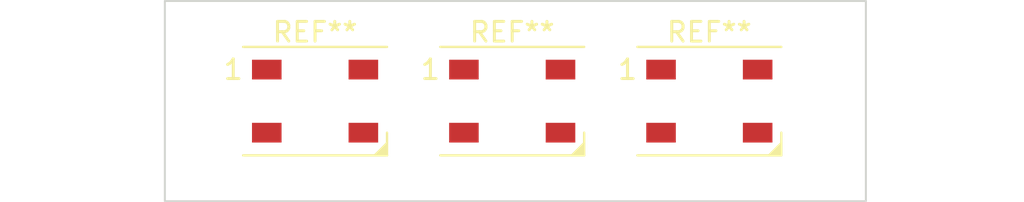
<source format=kicad_pcb>
(kicad_pcb (version 20221018) (generator pcbnew)
  (layers (0 "F.Cu" signal) (31 "B.Cu" signal) (34 "B.Paste" user) (35 "F.Paste" user) (36 "B.SilkS" user "B.Silkscreen") (37 "F.SilkS" user "F.Silkscreen") (38 "B.Mask" user) (39 "F.Mask" user) (44 "Edge.Cuts" user))
  (net 0 "")
  (footprint "BMEK:LED_WS2812B_PLCC4_5.0x5.0mm_P3.2mm" (layer "F.Cu") (at 45.4 25.4)
    (fp_text reference "REF**" (at 0 -3.5) (layer "F.SilkS"))
    (fp_text value "LED_WS2812B_PLCC4_5.0x5.0mm_P3.2mm")
    (fp_text user "1" (at -4.15 -1.6) (layer "F.SilkS"))
    (fp_line (start -3.65 -2.75) (end 3.65 -2.75) (stroke (width 0.12)) (layer "F.SilkS"))
    (fp_line (start -3.65 2.75) (end 3.65 2.75) (stroke (width 0.12)) (layer "F.SilkS"))
    (fp_line (start 3.65 2.75) (end 3.65 1.6) (stroke (width 0.12)) (layer "F.SilkS"))
    (fp_poly (pts (xy 3.6322 2.7432) (xy 3.0226 2.7432) (xy 3.6322 2.1336)) (stroke (width 0.1)) (fill solid) (layer "F.SilkS"))
    (pad "1" smd rect (at -2.45 -1.6) (size 1.5 1) (layers "F.Cu" "F.Paste" "F.Mask"))
    (pad "2" smd rect (at -2.45 1.6) (size 1.5 1) (layers "F.Cu" "F.Paste" "F.Mask"))
    (pad "3" smd rect (at 2.45 1.6) (size 1.5 1) (layers "F.Cu" "F.Paste" "F.Mask"))
    (pad "4" smd rect (at 2.45 -1.6) (size 1.5 1) (layers "F.Cu" "F.Paste" "F.Mask"))
  )
  (footprint "BMEK:LED_WS2812B_PLCC4_5.0x5.0mm_P3.2mm" (layer "F.Cu") (at 35.4 25.4)
    (fp_text reference "REF**" (at 0 -3.5) (layer "F.SilkS"))
    (fp_text value "LED_WS2812B_PLCC4_5.0x5.0mm_P3.2mm")
    (fp_text user "1" (at -4.15 -1.6) (layer "F.SilkS"))
    (fp_line (start -3.65 -2.75) (end 3.65 -2.75) (stroke (width 0.12)) (layer "F.SilkS"))
    (fp_line (start -3.65 2.75) (end 3.65 2.75) (stroke (width 0.12)) (layer "F.SilkS"))
    (fp_line (start 3.65 2.75) (end 3.65 1.6) (stroke (width 0.12)) (layer "F.SilkS"))
    (fp_poly (pts (xy 3.6322 2.7432) (xy 3.0226 2.7432) (xy 3.6322 2.1336)) (stroke (width 0.1)) (fill solid) (layer "F.SilkS"))
    (pad "1" smd rect (at -2.45 -1.6) (size 1.5 1) (layers "F.Cu" "F.Paste" "F.Mask"))
    (pad "2" smd rect (at -2.45 1.6) (size 1.5 1) (layers "F.Cu" "F.Paste" "F.Mask"))
    (pad "3" smd rect (at 2.45 1.6) (size 1.5 1) (layers "F.Cu" "F.Paste" "F.Mask"))
    (pad "4" smd rect (at 2.45 -1.6) (size 1.5 1) (layers "F.Cu" "F.Paste" "F.Mask"))
  )
  (footprint "BMEK:LED_WS2812B_PLCC4_5.0x5.0mm_P3.2mm" (layer "F.Cu") (at 25.4 25.4)
    (fp_text reference "REF**" (at 0 -3.5) (layer "F.SilkS"))
    (fp_text value "LED_WS2812B_PLCC4_5.0x5.0mm_P3.2mm")
    (fp_text user "1" (at -4.15 -1.6) (layer "F.SilkS"))
    (fp_line (start -3.65 -2.75) (end 3.65 -2.75) (stroke (width 0.12)) (layer "F.SilkS"))
    (fp_line (start -3.65 2.75) (end 3.65 2.75) (stroke (width 0.12)) (layer "F.SilkS"))
    (fp_line (start 3.65 2.75) (end 3.65 1.6) (stroke (width 0.12)) (layer "F.SilkS"))
    (fp_poly (pts (xy 3.6322 2.7432) (xy 3.0226 2.7432) (xy 3.6322 2.1336)) (stroke (width 0.1)) (fill solid) (layer "F.SilkS"))
    (pad "1" smd rect (at -2.45 -1.6) (size 1.5 1) (layers "F.Cu" "F.Paste" "F.Mask"))
    (pad "2" smd rect (at -2.45 1.6) (size 1.5 1) (layers "F.Cu" "F.Paste" "F.Mask"))
    (pad "3" smd rect (at 2.45 1.6) (size 1.5 1) (layers "F.Cu" "F.Paste" "F.Mask"))
    (pad "4" smd rect (at 2.45 -1.6) (size 1.5 1) (layers "F.Cu" "F.Paste" "F.Mask"))
  )
  (gr_rect (start 17.78 20.32) (end 53.34 30.48) (stroke (width 0.1)) (fill none) (layer "Edge.Cuts"))
)
</source>
